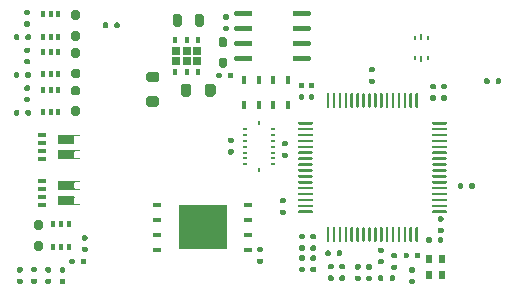
<source format=gbp>
G04 #@! TF.GenerationSoftware,KiCad,Pcbnew,5.1.6*
G04 #@! TF.CreationDate,2020-06-25T22:37:20+02:00*
G04 #@! TF.ProjectId,altimeter,616c7469-6d65-4746-9572-2e6b69636164,V 1.2 Rev. A*
G04 #@! TF.SameCoordinates,Original*
G04 #@! TF.FileFunction,Paste,Bot*
G04 #@! TF.FilePolarity,Positive*
%FSLAX46Y46*%
G04 Gerber Fmt 4.6, Leading zero omitted, Abs format (unit mm)*
G04 Created by KiCad (PCBNEW 5.1.6) date 2020-06-25 22:37:20*
%MOMM*%
%LPD*%
G01*
G04 APERTURE LIST*
%ADD10R,0.620000X0.700000*%
%ADD11R,0.340000X0.484000*%
%ADD12R,0.730000X0.660000*%
%ADD13R,0.700000X0.340000*%
%ADD14R,4.100000X3.820000*%
%ADD15R,0.280000X0.380000*%
%ADD16R,0.220000X0.500000*%
%ADD17R,0.180000X0.440000*%
%ADD18R,0.440000X0.180000*%
%ADD19R,0.300000X0.500000*%
%ADD20C,0.100000*%
%ADD21R,0.772000X0.304000*%
%ADD22R,0.420000X0.740000*%
G04 APERTURE END LIST*
G36*
G01*
X170633000Y-118441000D02*
X170367000Y-118441000D01*
G75*
G02*
X170254000Y-118328000I0J113000D01*
G01*
X170254000Y-118102000D01*
G75*
G02*
X170367000Y-117989000I113000J0D01*
G01*
X170633000Y-117989000D01*
G75*
G02*
X170746000Y-118102000I0J-113000D01*
G01*
X170746000Y-118328000D01*
G75*
G02*
X170633000Y-118441000I-113000J0D01*
G01*
G37*
G36*
G01*
X170633000Y-119411000D02*
X170367000Y-119411000D01*
G75*
G02*
X170254000Y-119298000I0J113000D01*
G01*
X170254000Y-119072000D01*
G75*
G02*
X170367000Y-118959000I113000J0D01*
G01*
X170633000Y-118959000D01*
G75*
G02*
X170746000Y-119072000I0J-113000D01*
G01*
X170746000Y-119298000D01*
G75*
G02*
X170633000Y-119411000I-113000J0D01*
G01*
G37*
G36*
G01*
X149695651Y-104685000D02*
X150404349Y-104685000D01*
G75*
G02*
X150600000Y-104880651I0J-195651D01*
G01*
X150600000Y-105389349D01*
G75*
G02*
X150404349Y-105585000I-195651J0D01*
G01*
X149695651Y-105585000D01*
G75*
G02*
X149500000Y-105389349I0J195651D01*
G01*
X149500000Y-104880651D01*
G75*
G02*
X149695651Y-104685000I195651J0D01*
G01*
G37*
G36*
G01*
X149695651Y-102635000D02*
X150404349Y-102635000D01*
G75*
G02*
X150600000Y-102830651I0J-195651D01*
G01*
X150600000Y-103339349D01*
G75*
G02*
X150404349Y-103535000I-195651J0D01*
G01*
X149695651Y-103535000D01*
G75*
G02*
X149500000Y-103339349I0J195651D01*
G01*
X149500000Y-102830651D01*
G75*
G02*
X149695651Y-102635000I195651J0D01*
G01*
G37*
G36*
G01*
X168467000Y-103209000D02*
X168733000Y-103209000D01*
G75*
G02*
X168846000Y-103322000I0J-113000D01*
G01*
X168846000Y-103548000D01*
G75*
G02*
X168733000Y-103661000I-113000J0D01*
G01*
X168467000Y-103661000D01*
G75*
G02*
X168354000Y-103548000I0J113000D01*
G01*
X168354000Y-103322000D01*
G75*
G02*
X168467000Y-103209000I113000J0D01*
G01*
G37*
G36*
G01*
X168467000Y-102239000D02*
X168733000Y-102239000D01*
G75*
G02*
X168846000Y-102352000I0J-113000D01*
G01*
X168846000Y-102578000D01*
G75*
G02*
X168733000Y-102691000I-113000J0D01*
G01*
X168467000Y-102691000D01*
G75*
G02*
X168354000Y-102578000I0J113000D01*
G01*
X168354000Y-102352000D01*
G75*
G02*
X168467000Y-102239000I113000J0D01*
G01*
G37*
G36*
G01*
X163367000Y-104539000D02*
X163633000Y-104539000D01*
G75*
G02*
X163746000Y-104652000I0J-113000D01*
G01*
X163746000Y-104878000D01*
G75*
G02*
X163633000Y-104991000I-113000J0D01*
G01*
X163367000Y-104991000D01*
G75*
G02*
X163254000Y-104878000I0J113000D01*
G01*
X163254000Y-104652000D01*
G75*
G02*
X163367000Y-104539000I113000J0D01*
G01*
G37*
G36*
G01*
X163367000Y-103569000D02*
X163633000Y-103569000D01*
G75*
G02*
X163746000Y-103682000I0J-113000D01*
G01*
X163746000Y-103908000D01*
G75*
G02*
X163633000Y-104021000I-113000J0D01*
G01*
X163367000Y-104021000D01*
G75*
G02*
X163254000Y-103908000I0J113000D01*
G01*
X163254000Y-103682000D01*
G75*
G02*
X163367000Y-103569000I113000J0D01*
G01*
G37*
G36*
G01*
X176869000Y-112433000D02*
X176869000Y-112167000D01*
G75*
G02*
X176982000Y-112054000I113000J0D01*
G01*
X177208000Y-112054000D01*
G75*
G02*
X177321000Y-112167000I0J-113000D01*
G01*
X177321000Y-112433000D01*
G75*
G02*
X177208000Y-112546000I-113000J0D01*
G01*
X176982000Y-112546000D01*
G75*
G02*
X176869000Y-112433000I0J113000D01*
G01*
G37*
G36*
G01*
X175899000Y-112433000D02*
X175899000Y-112167000D01*
G75*
G02*
X176012000Y-112054000I113000J0D01*
G01*
X176238000Y-112054000D01*
G75*
G02*
X176351000Y-112167000I0J-113000D01*
G01*
X176351000Y-112433000D01*
G75*
G02*
X176238000Y-112546000I-113000J0D01*
G01*
X176012000Y-112546000D01*
G75*
G02*
X175899000Y-112433000I0J113000D01*
G01*
G37*
D10*
X173420000Y-118460000D03*
X173420000Y-119860000D03*
X174520000Y-119860000D03*
X174520000Y-118460000D03*
G36*
G01*
X174577000Y-104629000D02*
X174843000Y-104629000D01*
G75*
G02*
X174956000Y-104742000I0J-113000D01*
G01*
X174956000Y-104968000D01*
G75*
G02*
X174843000Y-105081000I-113000J0D01*
G01*
X174577000Y-105081000D01*
G75*
G02*
X174464000Y-104968000I0J113000D01*
G01*
X174464000Y-104742000D01*
G75*
G02*
X174577000Y-104629000I113000J0D01*
G01*
G37*
G36*
G01*
X174577000Y-103659000D02*
X174843000Y-103659000D01*
G75*
G02*
X174956000Y-103772000I0J-113000D01*
G01*
X174956000Y-103998000D01*
G75*
G02*
X174843000Y-104111000I-113000J0D01*
G01*
X174577000Y-104111000D01*
G75*
G02*
X174464000Y-103998000I0J113000D01*
G01*
X174464000Y-103772000D01*
G75*
G02*
X174577000Y-103659000I113000J0D01*
G01*
G37*
G36*
G01*
X154475000Y-104554349D02*
X154475000Y-103845651D01*
G75*
G02*
X154670651Y-103650000I195651J0D01*
G01*
X155179349Y-103650000D01*
G75*
G02*
X155375000Y-103845651I0J-195651D01*
G01*
X155375000Y-104554349D01*
G75*
G02*
X155179349Y-104750000I-195651J0D01*
G01*
X154670651Y-104750000D01*
G75*
G02*
X154475000Y-104554349I0J195651D01*
G01*
G37*
G36*
G01*
X152425000Y-104554349D02*
X152425000Y-103845651D01*
G75*
G02*
X152620651Y-103650000I195651J0D01*
G01*
X153129349Y-103650000D01*
G75*
G02*
X153325000Y-103845651I0J-195651D01*
G01*
X153325000Y-104554349D01*
G75*
G02*
X153129349Y-104750000I-195651J0D01*
G01*
X152620651Y-104750000D01*
G75*
G02*
X152425000Y-104554349I0J195651D01*
G01*
G37*
G36*
G01*
X156127000Y-98759000D02*
X156393000Y-98759000D01*
G75*
G02*
X156506000Y-98872000I0J-113000D01*
G01*
X156506000Y-99098000D01*
G75*
G02*
X156393000Y-99211000I-113000J0D01*
G01*
X156127000Y-99211000D01*
G75*
G02*
X156014000Y-99098000I0J113000D01*
G01*
X156014000Y-98872000D01*
G75*
G02*
X156127000Y-98759000I113000J0D01*
G01*
G37*
G36*
G01*
X156127000Y-97789000D02*
X156393000Y-97789000D01*
G75*
G02*
X156506000Y-97902000I0J-113000D01*
G01*
X156506000Y-98128000D01*
G75*
G02*
X156393000Y-98241000I-113000J0D01*
G01*
X156127000Y-98241000D01*
G75*
G02*
X156014000Y-98128000I0J113000D01*
G01*
X156014000Y-97902000D01*
G75*
G02*
X156127000Y-97789000I113000J0D01*
G01*
G37*
G36*
G01*
X162793000Y-104031000D02*
X162527000Y-104031000D01*
G75*
G02*
X162414000Y-103918000I0J113000D01*
G01*
X162414000Y-103692000D01*
G75*
G02*
X162527000Y-103579000I113000J0D01*
G01*
X162793000Y-103579000D01*
G75*
G02*
X162906000Y-103692000I0J-113000D01*
G01*
X162906000Y-103918000D01*
G75*
G02*
X162793000Y-104031000I-113000J0D01*
G01*
G37*
G36*
G01*
X162793000Y-105001000D02*
X162527000Y-105001000D01*
G75*
G02*
X162414000Y-104888000I0J113000D01*
G01*
X162414000Y-104662000D01*
G75*
G02*
X162527000Y-104549000I113000J0D01*
G01*
X162793000Y-104549000D01*
G75*
G02*
X162906000Y-104662000I0J-113000D01*
G01*
X162906000Y-104888000D01*
G75*
G02*
X162793000Y-105001000I-113000J0D01*
G01*
G37*
G36*
G01*
X174886000Y-114604000D02*
X173776000Y-114604000D01*
G75*
G02*
X173721000Y-114549000I0J55000D01*
G01*
X173721000Y-114439000D01*
G75*
G02*
X173776000Y-114384000I55000J0D01*
G01*
X174886000Y-114384000D01*
G75*
G02*
X174941000Y-114439000I0J-55000D01*
G01*
X174941000Y-114549000D01*
G75*
G02*
X174886000Y-114604000I-55000J0D01*
G01*
G37*
G36*
G01*
X174886000Y-114104000D02*
X173776000Y-114104000D01*
G75*
G02*
X173721000Y-114049000I0J55000D01*
G01*
X173721000Y-113939000D01*
G75*
G02*
X173776000Y-113884000I55000J0D01*
G01*
X174886000Y-113884000D01*
G75*
G02*
X174941000Y-113939000I0J-55000D01*
G01*
X174941000Y-114049000D01*
G75*
G02*
X174886000Y-114104000I-55000J0D01*
G01*
G37*
G36*
G01*
X174886000Y-113604000D02*
X173776000Y-113604000D01*
G75*
G02*
X173721000Y-113549000I0J55000D01*
G01*
X173721000Y-113439000D01*
G75*
G02*
X173776000Y-113384000I55000J0D01*
G01*
X174886000Y-113384000D01*
G75*
G02*
X174941000Y-113439000I0J-55000D01*
G01*
X174941000Y-113549000D01*
G75*
G02*
X174886000Y-113604000I-55000J0D01*
G01*
G37*
G36*
G01*
X174886000Y-113104000D02*
X173776000Y-113104000D01*
G75*
G02*
X173721000Y-113049000I0J55000D01*
G01*
X173721000Y-112939000D01*
G75*
G02*
X173776000Y-112884000I55000J0D01*
G01*
X174886000Y-112884000D01*
G75*
G02*
X174941000Y-112939000I0J-55000D01*
G01*
X174941000Y-113049000D01*
G75*
G02*
X174886000Y-113104000I-55000J0D01*
G01*
G37*
G36*
G01*
X174886000Y-112604000D02*
X173776000Y-112604000D01*
G75*
G02*
X173721000Y-112549000I0J55000D01*
G01*
X173721000Y-112439000D01*
G75*
G02*
X173776000Y-112384000I55000J0D01*
G01*
X174886000Y-112384000D01*
G75*
G02*
X174941000Y-112439000I0J-55000D01*
G01*
X174941000Y-112549000D01*
G75*
G02*
X174886000Y-112604000I-55000J0D01*
G01*
G37*
G36*
G01*
X174886000Y-112104000D02*
X173776000Y-112104000D01*
G75*
G02*
X173721000Y-112049000I0J55000D01*
G01*
X173721000Y-111939000D01*
G75*
G02*
X173776000Y-111884000I55000J0D01*
G01*
X174886000Y-111884000D01*
G75*
G02*
X174941000Y-111939000I0J-55000D01*
G01*
X174941000Y-112049000D01*
G75*
G02*
X174886000Y-112104000I-55000J0D01*
G01*
G37*
G36*
G01*
X174886000Y-111604000D02*
X173776000Y-111604000D01*
G75*
G02*
X173721000Y-111549000I0J55000D01*
G01*
X173721000Y-111439000D01*
G75*
G02*
X173776000Y-111384000I55000J0D01*
G01*
X174886000Y-111384000D01*
G75*
G02*
X174941000Y-111439000I0J-55000D01*
G01*
X174941000Y-111549000D01*
G75*
G02*
X174886000Y-111604000I-55000J0D01*
G01*
G37*
G36*
G01*
X174886000Y-111104000D02*
X173776000Y-111104000D01*
G75*
G02*
X173721000Y-111049000I0J55000D01*
G01*
X173721000Y-110939000D01*
G75*
G02*
X173776000Y-110884000I55000J0D01*
G01*
X174886000Y-110884000D01*
G75*
G02*
X174941000Y-110939000I0J-55000D01*
G01*
X174941000Y-111049000D01*
G75*
G02*
X174886000Y-111104000I-55000J0D01*
G01*
G37*
G36*
G01*
X174886000Y-110604000D02*
X173776000Y-110604000D01*
G75*
G02*
X173721000Y-110549000I0J55000D01*
G01*
X173721000Y-110439000D01*
G75*
G02*
X173776000Y-110384000I55000J0D01*
G01*
X174886000Y-110384000D01*
G75*
G02*
X174941000Y-110439000I0J-55000D01*
G01*
X174941000Y-110549000D01*
G75*
G02*
X174886000Y-110604000I-55000J0D01*
G01*
G37*
G36*
G01*
X174886000Y-110104000D02*
X173776000Y-110104000D01*
G75*
G02*
X173721000Y-110049000I0J55000D01*
G01*
X173721000Y-109939000D01*
G75*
G02*
X173776000Y-109884000I55000J0D01*
G01*
X174886000Y-109884000D01*
G75*
G02*
X174941000Y-109939000I0J-55000D01*
G01*
X174941000Y-110049000D01*
G75*
G02*
X174886000Y-110104000I-55000J0D01*
G01*
G37*
G36*
G01*
X174886000Y-109604000D02*
X173776000Y-109604000D01*
G75*
G02*
X173721000Y-109549000I0J55000D01*
G01*
X173721000Y-109439000D01*
G75*
G02*
X173776000Y-109384000I55000J0D01*
G01*
X174886000Y-109384000D01*
G75*
G02*
X174941000Y-109439000I0J-55000D01*
G01*
X174941000Y-109549000D01*
G75*
G02*
X174886000Y-109604000I-55000J0D01*
G01*
G37*
G36*
G01*
X174886000Y-109104000D02*
X173776000Y-109104000D01*
G75*
G02*
X173721000Y-109049000I0J55000D01*
G01*
X173721000Y-108939000D01*
G75*
G02*
X173776000Y-108884000I55000J0D01*
G01*
X174886000Y-108884000D01*
G75*
G02*
X174941000Y-108939000I0J-55000D01*
G01*
X174941000Y-109049000D01*
G75*
G02*
X174886000Y-109104000I-55000J0D01*
G01*
G37*
G36*
G01*
X174886000Y-108604000D02*
X173776000Y-108604000D01*
G75*
G02*
X173721000Y-108549000I0J55000D01*
G01*
X173721000Y-108439000D01*
G75*
G02*
X173776000Y-108384000I55000J0D01*
G01*
X174886000Y-108384000D01*
G75*
G02*
X174941000Y-108439000I0J-55000D01*
G01*
X174941000Y-108549000D01*
G75*
G02*
X174886000Y-108604000I-55000J0D01*
G01*
G37*
G36*
G01*
X174886000Y-108104000D02*
X173776000Y-108104000D01*
G75*
G02*
X173721000Y-108049000I0J55000D01*
G01*
X173721000Y-107939000D01*
G75*
G02*
X173776000Y-107884000I55000J0D01*
G01*
X174886000Y-107884000D01*
G75*
G02*
X174941000Y-107939000I0J-55000D01*
G01*
X174941000Y-108049000D01*
G75*
G02*
X174886000Y-108104000I-55000J0D01*
G01*
G37*
G36*
G01*
X174886000Y-107604000D02*
X173776000Y-107604000D01*
G75*
G02*
X173721000Y-107549000I0J55000D01*
G01*
X173721000Y-107439000D01*
G75*
G02*
X173776000Y-107384000I55000J0D01*
G01*
X174886000Y-107384000D01*
G75*
G02*
X174941000Y-107439000I0J-55000D01*
G01*
X174941000Y-107549000D01*
G75*
G02*
X174886000Y-107604000I-55000J0D01*
G01*
G37*
G36*
G01*
X174886000Y-107104000D02*
X173776000Y-107104000D01*
G75*
G02*
X173721000Y-107049000I0J55000D01*
G01*
X173721000Y-106939000D01*
G75*
G02*
X173776000Y-106884000I55000J0D01*
G01*
X174886000Y-106884000D01*
G75*
G02*
X174941000Y-106939000I0J-55000D01*
G01*
X174941000Y-107049000D01*
G75*
G02*
X174886000Y-107104000I-55000J0D01*
G01*
G37*
G36*
G01*
X172461000Y-105679000D02*
X172351000Y-105679000D01*
G75*
G02*
X172296000Y-105624000I0J55000D01*
G01*
X172296000Y-104514000D01*
G75*
G02*
X172351000Y-104459000I55000J0D01*
G01*
X172461000Y-104459000D01*
G75*
G02*
X172516000Y-104514000I0J-55000D01*
G01*
X172516000Y-105624000D01*
G75*
G02*
X172461000Y-105679000I-55000J0D01*
G01*
G37*
G36*
G01*
X171961000Y-105679000D02*
X171851000Y-105679000D01*
G75*
G02*
X171796000Y-105624000I0J55000D01*
G01*
X171796000Y-104514000D01*
G75*
G02*
X171851000Y-104459000I55000J0D01*
G01*
X171961000Y-104459000D01*
G75*
G02*
X172016000Y-104514000I0J-55000D01*
G01*
X172016000Y-105624000D01*
G75*
G02*
X171961000Y-105679000I-55000J0D01*
G01*
G37*
G36*
G01*
X171461000Y-105679000D02*
X171351000Y-105679000D01*
G75*
G02*
X171296000Y-105624000I0J55000D01*
G01*
X171296000Y-104514000D01*
G75*
G02*
X171351000Y-104459000I55000J0D01*
G01*
X171461000Y-104459000D01*
G75*
G02*
X171516000Y-104514000I0J-55000D01*
G01*
X171516000Y-105624000D01*
G75*
G02*
X171461000Y-105679000I-55000J0D01*
G01*
G37*
G36*
G01*
X170961000Y-105679000D02*
X170851000Y-105679000D01*
G75*
G02*
X170796000Y-105624000I0J55000D01*
G01*
X170796000Y-104514000D01*
G75*
G02*
X170851000Y-104459000I55000J0D01*
G01*
X170961000Y-104459000D01*
G75*
G02*
X171016000Y-104514000I0J-55000D01*
G01*
X171016000Y-105624000D01*
G75*
G02*
X170961000Y-105679000I-55000J0D01*
G01*
G37*
G36*
G01*
X170461000Y-105679000D02*
X170351000Y-105679000D01*
G75*
G02*
X170296000Y-105624000I0J55000D01*
G01*
X170296000Y-104514000D01*
G75*
G02*
X170351000Y-104459000I55000J0D01*
G01*
X170461000Y-104459000D01*
G75*
G02*
X170516000Y-104514000I0J-55000D01*
G01*
X170516000Y-105624000D01*
G75*
G02*
X170461000Y-105679000I-55000J0D01*
G01*
G37*
G36*
G01*
X169961000Y-105679000D02*
X169851000Y-105679000D01*
G75*
G02*
X169796000Y-105624000I0J55000D01*
G01*
X169796000Y-104514000D01*
G75*
G02*
X169851000Y-104459000I55000J0D01*
G01*
X169961000Y-104459000D01*
G75*
G02*
X170016000Y-104514000I0J-55000D01*
G01*
X170016000Y-105624000D01*
G75*
G02*
X169961000Y-105679000I-55000J0D01*
G01*
G37*
G36*
G01*
X169461000Y-105679000D02*
X169351000Y-105679000D01*
G75*
G02*
X169296000Y-105624000I0J55000D01*
G01*
X169296000Y-104514000D01*
G75*
G02*
X169351000Y-104459000I55000J0D01*
G01*
X169461000Y-104459000D01*
G75*
G02*
X169516000Y-104514000I0J-55000D01*
G01*
X169516000Y-105624000D01*
G75*
G02*
X169461000Y-105679000I-55000J0D01*
G01*
G37*
G36*
G01*
X168961000Y-105679000D02*
X168851000Y-105679000D01*
G75*
G02*
X168796000Y-105624000I0J55000D01*
G01*
X168796000Y-104514000D01*
G75*
G02*
X168851000Y-104459000I55000J0D01*
G01*
X168961000Y-104459000D01*
G75*
G02*
X169016000Y-104514000I0J-55000D01*
G01*
X169016000Y-105624000D01*
G75*
G02*
X168961000Y-105679000I-55000J0D01*
G01*
G37*
G36*
G01*
X168461000Y-105679000D02*
X168351000Y-105679000D01*
G75*
G02*
X168296000Y-105624000I0J55000D01*
G01*
X168296000Y-104514000D01*
G75*
G02*
X168351000Y-104459000I55000J0D01*
G01*
X168461000Y-104459000D01*
G75*
G02*
X168516000Y-104514000I0J-55000D01*
G01*
X168516000Y-105624000D01*
G75*
G02*
X168461000Y-105679000I-55000J0D01*
G01*
G37*
G36*
G01*
X167961000Y-105679000D02*
X167851000Y-105679000D01*
G75*
G02*
X167796000Y-105624000I0J55000D01*
G01*
X167796000Y-104514000D01*
G75*
G02*
X167851000Y-104459000I55000J0D01*
G01*
X167961000Y-104459000D01*
G75*
G02*
X168016000Y-104514000I0J-55000D01*
G01*
X168016000Y-105624000D01*
G75*
G02*
X167961000Y-105679000I-55000J0D01*
G01*
G37*
G36*
G01*
X167461000Y-105679000D02*
X167351000Y-105679000D01*
G75*
G02*
X167296000Y-105624000I0J55000D01*
G01*
X167296000Y-104514000D01*
G75*
G02*
X167351000Y-104459000I55000J0D01*
G01*
X167461000Y-104459000D01*
G75*
G02*
X167516000Y-104514000I0J-55000D01*
G01*
X167516000Y-105624000D01*
G75*
G02*
X167461000Y-105679000I-55000J0D01*
G01*
G37*
G36*
G01*
X166961000Y-105679000D02*
X166851000Y-105679000D01*
G75*
G02*
X166796000Y-105624000I0J55000D01*
G01*
X166796000Y-104514000D01*
G75*
G02*
X166851000Y-104459000I55000J0D01*
G01*
X166961000Y-104459000D01*
G75*
G02*
X167016000Y-104514000I0J-55000D01*
G01*
X167016000Y-105624000D01*
G75*
G02*
X166961000Y-105679000I-55000J0D01*
G01*
G37*
G36*
G01*
X166461000Y-105679000D02*
X166351000Y-105679000D01*
G75*
G02*
X166296000Y-105624000I0J55000D01*
G01*
X166296000Y-104514000D01*
G75*
G02*
X166351000Y-104459000I55000J0D01*
G01*
X166461000Y-104459000D01*
G75*
G02*
X166516000Y-104514000I0J-55000D01*
G01*
X166516000Y-105624000D01*
G75*
G02*
X166461000Y-105679000I-55000J0D01*
G01*
G37*
G36*
G01*
X165961000Y-105679000D02*
X165851000Y-105679000D01*
G75*
G02*
X165796000Y-105624000I0J55000D01*
G01*
X165796000Y-104514000D01*
G75*
G02*
X165851000Y-104459000I55000J0D01*
G01*
X165961000Y-104459000D01*
G75*
G02*
X166016000Y-104514000I0J-55000D01*
G01*
X166016000Y-105624000D01*
G75*
G02*
X165961000Y-105679000I-55000J0D01*
G01*
G37*
G36*
G01*
X165461000Y-105679000D02*
X165351000Y-105679000D01*
G75*
G02*
X165296000Y-105624000I0J55000D01*
G01*
X165296000Y-104514000D01*
G75*
G02*
X165351000Y-104459000I55000J0D01*
G01*
X165461000Y-104459000D01*
G75*
G02*
X165516000Y-104514000I0J-55000D01*
G01*
X165516000Y-105624000D01*
G75*
G02*
X165461000Y-105679000I-55000J0D01*
G01*
G37*
G36*
G01*
X164961000Y-105679000D02*
X164851000Y-105679000D01*
G75*
G02*
X164796000Y-105624000I0J55000D01*
G01*
X164796000Y-104514000D01*
G75*
G02*
X164851000Y-104459000I55000J0D01*
G01*
X164961000Y-104459000D01*
G75*
G02*
X165016000Y-104514000I0J-55000D01*
G01*
X165016000Y-105624000D01*
G75*
G02*
X164961000Y-105679000I-55000J0D01*
G01*
G37*
G36*
G01*
X163536000Y-107104000D02*
X162426000Y-107104000D01*
G75*
G02*
X162371000Y-107049000I0J55000D01*
G01*
X162371000Y-106939000D01*
G75*
G02*
X162426000Y-106884000I55000J0D01*
G01*
X163536000Y-106884000D01*
G75*
G02*
X163591000Y-106939000I0J-55000D01*
G01*
X163591000Y-107049000D01*
G75*
G02*
X163536000Y-107104000I-55000J0D01*
G01*
G37*
G36*
G01*
X163536000Y-107604000D02*
X162426000Y-107604000D01*
G75*
G02*
X162371000Y-107549000I0J55000D01*
G01*
X162371000Y-107439000D01*
G75*
G02*
X162426000Y-107384000I55000J0D01*
G01*
X163536000Y-107384000D01*
G75*
G02*
X163591000Y-107439000I0J-55000D01*
G01*
X163591000Y-107549000D01*
G75*
G02*
X163536000Y-107604000I-55000J0D01*
G01*
G37*
G36*
G01*
X163536000Y-108104000D02*
X162426000Y-108104000D01*
G75*
G02*
X162371000Y-108049000I0J55000D01*
G01*
X162371000Y-107939000D01*
G75*
G02*
X162426000Y-107884000I55000J0D01*
G01*
X163536000Y-107884000D01*
G75*
G02*
X163591000Y-107939000I0J-55000D01*
G01*
X163591000Y-108049000D01*
G75*
G02*
X163536000Y-108104000I-55000J0D01*
G01*
G37*
G36*
G01*
X163536000Y-108604000D02*
X162426000Y-108604000D01*
G75*
G02*
X162371000Y-108549000I0J55000D01*
G01*
X162371000Y-108439000D01*
G75*
G02*
X162426000Y-108384000I55000J0D01*
G01*
X163536000Y-108384000D01*
G75*
G02*
X163591000Y-108439000I0J-55000D01*
G01*
X163591000Y-108549000D01*
G75*
G02*
X163536000Y-108604000I-55000J0D01*
G01*
G37*
G36*
G01*
X163536000Y-109104000D02*
X162426000Y-109104000D01*
G75*
G02*
X162371000Y-109049000I0J55000D01*
G01*
X162371000Y-108939000D01*
G75*
G02*
X162426000Y-108884000I55000J0D01*
G01*
X163536000Y-108884000D01*
G75*
G02*
X163591000Y-108939000I0J-55000D01*
G01*
X163591000Y-109049000D01*
G75*
G02*
X163536000Y-109104000I-55000J0D01*
G01*
G37*
G36*
G01*
X163536000Y-109604000D02*
X162426000Y-109604000D01*
G75*
G02*
X162371000Y-109549000I0J55000D01*
G01*
X162371000Y-109439000D01*
G75*
G02*
X162426000Y-109384000I55000J0D01*
G01*
X163536000Y-109384000D01*
G75*
G02*
X163591000Y-109439000I0J-55000D01*
G01*
X163591000Y-109549000D01*
G75*
G02*
X163536000Y-109604000I-55000J0D01*
G01*
G37*
G36*
G01*
X163536000Y-110104000D02*
X162426000Y-110104000D01*
G75*
G02*
X162371000Y-110049000I0J55000D01*
G01*
X162371000Y-109939000D01*
G75*
G02*
X162426000Y-109884000I55000J0D01*
G01*
X163536000Y-109884000D01*
G75*
G02*
X163591000Y-109939000I0J-55000D01*
G01*
X163591000Y-110049000D01*
G75*
G02*
X163536000Y-110104000I-55000J0D01*
G01*
G37*
G36*
G01*
X163536000Y-110604000D02*
X162426000Y-110604000D01*
G75*
G02*
X162371000Y-110549000I0J55000D01*
G01*
X162371000Y-110439000D01*
G75*
G02*
X162426000Y-110384000I55000J0D01*
G01*
X163536000Y-110384000D01*
G75*
G02*
X163591000Y-110439000I0J-55000D01*
G01*
X163591000Y-110549000D01*
G75*
G02*
X163536000Y-110604000I-55000J0D01*
G01*
G37*
G36*
G01*
X163536000Y-111104000D02*
X162426000Y-111104000D01*
G75*
G02*
X162371000Y-111049000I0J55000D01*
G01*
X162371000Y-110939000D01*
G75*
G02*
X162426000Y-110884000I55000J0D01*
G01*
X163536000Y-110884000D01*
G75*
G02*
X163591000Y-110939000I0J-55000D01*
G01*
X163591000Y-111049000D01*
G75*
G02*
X163536000Y-111104000I-55000J0D01*
G01*
G37*
G36*
G01*
X163536000Y-111604000D02*
X162426000Y-111604000D01*
G75*
G02*
X162371000Y-111549000I0J55000D01*
G01*
X162371000Y-111439000D01*
G75*
G02*
X162426000Y-111384000I55000J0D01*
G01*
X163536000Y-111384000D01*
G75*
G02*
X163591000Y-111439000I0J-55000D01*
G01*
X163591000Y-111549000D01*
G75*
G02*
X163536000Y-111604000I-55000J0D01*
G01*
G37*
G36*
G01*
X163536000Y-112104000D02*
X162426000Y-112104000D01*
G75*
G02*
X162371000Y-112049000I0J55000D01*
G01*
X162371000Y-111939000D01*
G75*
G02*
X162426000Y-111884000I55000J0D01*
G01*
X163536000Y-111884000D01*
G75*
G02*
X163591000Y-111939000I0J-55000D01*
G01*
X163591000Y-112049000D01*
G75*
G02*
X163536000Y-112104000I-55000J0D01*
G01*
G37*
G36*
G01*
X163536000Y-112604000D02*
X162426000Y-112604000D01*
G75*
G02*
X162371000Y-112549000I0J55000D01*
G01*
X162371000Y-112439000D01*
G75*
G02*
X162426000Y-112384000I55000J0D01*
G01*
X163536000Y-112384000D01*
G75*
G02*
X163591000Y-112439000I0J-55000D01*
G01*
X163591000Y-112549000D01*
G75*
G02*
X163536000Y-112604000I-55000J0D01*
G01*
G37*
G36*
G01*
X163536000Y-113104000D02*
X162426000Y-113104000D01*
G75*
G02*
X162371000Y-113049000I0J55000D01*
G01*
X162371000Y-112939000D01*
G75*
G02*
X162426000Y-112884000I55000J0D01*
G01*
X163536000Y-112884000D01*
G75*
G02*
X163591000Y-112939000I0J-55000D01*
G01*
X163591000Y-113049000D01*
G75*
G02*
X163536000Y-113104000I-55000J0D01*
G01*
G37*
G36*
G01*
X163536000Y-113604000D02*
X162426000Y-113604000D01*
G75*
G02*
X162371000Y-113549000I0J55000D01*
G01*
X162371000Y-113439000D01*
G75*
G02*
X162426000Y-113384000I55000J0D01*
G01*
X163536000Y-113384000D01*
G75*
G02*
X163591000Y-113439000I0J-55000D01*
G01*
X163591000Y-113549000D01*
G75*
G02*
X163536000Y-113604000I-55000J0D01*
G01*
G37*
G36*
G01*
X163536000Y-114104000D02*
X162426000Y-114104000D01*
G75*
G02*
X162371000Y-114049000I0J55000D01*
G01*
X162371000Y-113939000D01*
G75*
G02*
X162426000Y-113884000I55000J0D01*
G01*
X163536000Y-113884000D01*
G75*
G02*
X163591000Y-113939000I0J-55000D01*
G01*
X163591000Y-114049000D01*
G75*
G02*
X163536000Y-114104000I-55000J0D01*
G01*
G37*
G36*
G01*
X163536000Y-114604000D02*
X162426000Y-114604000D01*
G75*
G02*
X162371000Y-114549000I0J55000D01*
G01*
X162371000Y-114439000D01*
G75*
G02*
X162426000Y-114384000I55000J0D01*
G01*
X163536000Y-114384000D01*
G75*
G02*
X163591000Y-114439000I0J-55000D01*
G01*
X163591000Y-114549000D01*
G75*
G02*
X163536000Y-114604000I-55000J0D01*
G01*
G37*
G36*
G01*
X164961000Y-117029000D02*
X164851000Y-117029000D01*
G75*
G02*
X164796000Y-116974000I0J55000D01*
G01*
X164796000Y-115864000D01*
G75*
G02*
X164851000Y-115809000I55000J0D01*
G01*
X164961000Y-115809000D01*
G75*
G02*
X165016000Y-115864000I0J-55000D01*
G01*
X165016000Y-116974000D01*
G75*
G02*
X164961000Y-117029000I-55000J0D01*
G01*
G37*
G36*
G01*
X165461000Y-117029000D02*
X165351000Y-117029000D01*
G75*
G02*
X165296000Y-116974000I0J55000D01*
G01*
X165296000Y-115864000D01*
G75*
G02*
X165351000Y-115809000I55000J0D01*
G01*
X165461000Y-115809000D01*
G75*
G02*
X165516000Y-115864000I0J-55000D01*
G01*
X165516000Y-116974000D01*
G75*
G02*
X165461000Y-117029000I-55000J0D01*
G01*
G37*
G36*
G01*
X165961000Y-117029000D02*
X165851000Y-117029000D01*
G75*
G02*
X165796000Y-116974000I0J55000D01*
G01*
X165796000Y-115864000D01*
G75*
G02*
X165851000Y-115809000I55000J0D01*
G01*
X165961000Y-115809000D01*
G75*
G02*
X166016000Y-115864000I0J-55000D01*
G01*
X166016000Y-116974000D01*
G75*
G02*
X165961000Y-117029000I-55000J0D01*
G01*
G37*
G36*
G01*
X166461000Y-117029000D02*
X166351000Y-117029000D01*
G75*
G02*
X166296000Y-116974000I0J55000D01*
G01*
X166296000Y-115864000D01*
G75*
G02*
X166351000Y-115809000I55000J0D01*
G01*
X166461000Y-115809000D01*
G75*
G02*
X166516000Y-115864000I0J-55000D01*
G01*
X166516000Y-116974000D01*
G75*
G02*
X166461000Y-117029000I-55000J0D01*
G01*
G37*
G36*
G01*
X166961000Y-117029000D02*
X166851000Y-117029000D01*
G75*
G02*
X166796000Y-116974000I0J55000D01*
G01*
X166796000Y-115864000D01*
G75*
G02*
X166851000Y-115809000I55000J0D01*
G01*
X166961000Y-115809000D01*
G75*
G02*
X167016000Y-115864000I0J-55000D01*
G01*
X167016000Y-116974000D01*
G75*
G02*
X166961000Y-117029000I-55000J0D01*
G01*
G37*
G36*
G01*
X167461000Y-117029000D02*
X167351000Y-117029000D01*
G75*
G02*
X167296000Y-116974000I0J55000D01*
G01*
X167296000Y-115864000D01*
G75*
G02*
X167351000Y-115809000I55000J0D01*
G01*
X167461000Y-115809000D01*
G75*
G02*
X167516000Y-115864000I0J-55000D01*
G01*
X167516000Y-116974000D01*
G75*
G02*
X167461000Y-117029000I-55000J0D01*
G01*
G37*
G36*
G01*
X167961000Y-117029000D02*
X167851000Y-117029000D01*
G75*
G02*
X167796000Y-116974000I0J55000D01*
G01*
X167796000Y-115864000D01*
G75*
G02*
X167851000Y-115809000I55000J0D01*
G01*
X167961000Y-115809000D01*
G75*
G02*
X168016000Y-115864000I0J-55000D01*
G01*
X168016000Y-116974000D01*
G75*
G02*
X167961000Y-117029000I-55000J0D01*
G01*
G37*
G36*
G01*
X168461000Y-117029000D02*
X168351000Y-117029000D01*
G75*
G02*
X168296000Y-116974000I0J55000D01*
G01*
X168296000Y-115864000D01*
G75*
G02*
X168351000Y-115809000I55000J0D01*
G01*
X168461000Y-115809000D01*
G75*
G02*
X168516000Y-115864000I0J-55000D01*
G01*
X168516000Y-116974000D01*
G75*
G02*
X168461000Y-117029000I-55000J0D01*
G01*
G37*
G36*
G01*
X168961000Y-117029000D02*
X168851000Y-117029000D01*
G75*
G02*
X168796000Y-116974000I0J55000D01*
G01*
X168796000Y-115864000D01*
G75*
G02*
X168851000Y-115809000I55000J0D01*
G01*
X168961000Y-115809000D01*
G75*
G02*
X169016000Y-115864000I0J-55000D01*
G01*
X169016000Y-116974000D01*
G75*
G02*
X168961000Y-117029000I-55000J0D01*
G01*
G37*
G36*
G01*
X169461000Y-117029000D02*
X169351000Y-117029000D01*
G75*
G02*
X169296000Y-116974000I0J55000D01*
G01*
X169296000Y-115864000D01*
G75*
G02*
X169351000Y-115809000I55000J0D01*
G01*
X169461000Y-115809000D01*
G75*
G02*
X169516000Y-115864000I0J-55000D01*
G01*
X169516000Y-116974000D01*
G75*
G02*
X169461000Y-117029000I-55000J0D01*
G01*
G37*
G36*
G01*
X169961000Y-117029000D02*
X169851000Y-117029000D01*
G75*
G02*
X169796000Y-116974000I0J55000D01*
G01*
X169796000Y-115864000D01*
G75*
G02*
X169851000Y-115809000I55000J0D01*
G01*
X169961000Y-115809000D01*
G75*
G02*
X170016000Y-115864000I0J-55000D01*
G01*
X170016000Y-116974000D01*
G75*
G02*
X169961000Y-117029000I-55000J0D01*
G01*
G37*
G36*
G01*
X170461000Y-117029000D02*
X170351000Y-117029000D01*
G75*
G02*
X170296000Y-116974000I0J55000D01*
G01*
X170296000Y-115864000D01*
G75*
G02*
X170351000Y-115809000I55000J0D01*
G01*
X170461000Y-115809000D01*
G75*
G02*
X170516000Y-115864000I0J-55000D01*
G01*
X170516000Y-116974000D01*
G75*
G02*
X170461000Y-117029000I-55000J0D01*
G01*
G37*
G36*
G01*
X170961000Y-117029000D02*
X170851000Y-117029000D01*
G75*
G02*
X170796000Y-116974000I0J55000D01*
G01*
X170796000Y-115864000D01*
G75*
G02*
X170851000Y-115809000I55000J0D01*
G01*
X170961000Y-115809000D01*
G75*
G02*
X171016000Y-115864000I0J-55000D01*
G01*
X171016000Y-116974000D01*
G75*
G02*
X170961000Y-117029000I-55000J0D01*
G01*
G37*
G36*
G01*
X171461000Y-117029000D02*
X171351000Y-117029000D01*
G75*
G02*
X171296000Y-116974000I0J55000D01*
G01*
X171296000Y-115864000D01*
G75*
G02*
X171351000Y-115809000I55000J0D01*
G01*
X171461000Y-115809000D01*
G75*
G02*
X171516000Y-115864000I0J-55000D01*
G01*
X171516000Y-116974000D01*
G75*
G02*
X171461000Y-117029000I-55000J0D01*
G01*
G37*
G36*
G01*
X171961000Y-117029000D02*
X171851000Y-117029000D01*
G75*
G02*
X171796000Y-116974000I0J55000D01*
G01*
X171796000Y-115864000D01*
G75*
G02*
X171851000Y-115809000I55000J0D01*
G01*
X171961000Y-115809000D01*
G75*
G02*
X172016000Y-115864000I0J-55000D01*
G01*
X172016000Y-116974000D01*
G75*
G02*
X171961000Y-117029000I-55000J0D01*
G01*
G37*
G36*
G01*
X172461000Y-117029000D02*
X172351000Y-117029000D01*
G75*
G02*
X172296000Y-116974000I0J55000D01*
G01*
X172296000Y-115864000D01*
G75*
G02*
X172351000Y-115809000I55000J0D01*
G01*
X172461000Y-115809000D01*
G75*
G02*
X172516000Y-115864000I0J-55000D01*
G01*
X172516000Y-116974000D01*
G75*
G02*
X172461000Y-117029000I-55000J0D01*
G01*
G37*
D11*
X151983400Y-99942500D03*
X152933400Y-99942500D03*
X153883400Y-99942500D03*
X153883400Y-102622500D03*
X152933400Y-102622500D03*
X151983400Y-102622500D03*
D12*
X153799400Y-100857500D03*
X153799400Y-101707500D03*
X152933400Y-101707500D03*
X152933400Y-100857500D03*
X152067400Y-101707500D03*
X152067400Y-100857500D03*
G36*
G01*
X154390600Y-97912600D02*
X154390600Y-98632600D01*
G75*
G02*
X154200600Y-98822600I-190000J0D01*
G01*
X153820600Y-98822600D01*
G75*
G02*
X153630600Y-98632600I0J190000D01*
G01*
X153630600Y-97912600D01*
G75*
G02*
X153820600Y-97722600I190000J0D01*
G01*
X154200600Y-97722600D01*
G75*
G02*
X154390600Y-97912600I0J-190000D01*
G01*
G37*
G36*
G01*
X152515600Y-97912600D02*
X152515600Y-98632600D01*
G75*
G02*
X152325600Y-98822600I-190000J0D01*
G01*
X151945600Y-98822600D01*
G75*
G02*
X151755600Y-98632600I0J190000D01*
G01*
X151755600Y-97912600D01*
G75*
G02*
X151945600Y-97722600I190000J0D01*
G01*
X152325600Y-97722600D01*
G75*
G02*
X152515600Y-97912600I0J-190000D01*
G01*
G37*
D13*
X150455000Y-116435000D03*
X150455000Y-117705000D03*
X150455000Y-115165000D03*
X150455000Y-113895000D03*
X158155000Y-113895000D03*
X158155000Y-115165000D03*
X158155000Y-116435000D03*
X158155000Y-117705000D03*
D14*
X154305000Y-115800000D03*
D15*
X173337500Y-99800000D03*
X172262500Y-99800000D03*
D16*
X172800000Y-101575000D03*
X172800000Y-99725000D03*
D15*
X172262500Y-101500000D03*
X173337500Y-101500000D03*
G36*
G01*
X178571000Y-103297000D02*
X178571000Y-103563000D01*
G75*
G02*
X178458000Y-103676000I-113000J0D01*
G01*
X178232000Y-103676000D01*
G75*
G02*
X178119000Y-103563000I0J113000D01*
G01*
X178119000Y-103297000D01*
G75*
G02*
X178232000Y-103184000I113000J0D01*
G01*
X178458000Y-103184000D01*
G75*
G02*
X178571000Y-103297000I0J-113000D01*
G01*
G37*
G36*
G01*
X179541000Y-103297000D02*
X179541000Y-103563000D01*
G75*
G02*
X179428000Y-103676000I-113000J0D01*
G01*
X179202000Y-103676000D01*
G75*
G02*
X179089000Y-103563000I0J113000D01*
G01*
X179089000Y-103297000D01*
G75*
G02*
X179202000Y-103184000I113000J0D01*
G01*
X179428000Y-103184000D01*
G75*
G02*
X179541000Y-103297000I0J-113000D01*
G01*
G37*
G36*
G01*
X146291000Y-98577000D02*
X146291000Y-98843000D01*
G75*
G02*
X146178000Y-98956000I-113000J0D01*
G01*
X145952000Y-98956000D01*
G75*
G02*
X145839000Y-98843000I0J113000D01*
G01*
X145839000Y-98577000D01*
G75*
G02*
X145952000Y-98464000I113000J0D01*
G01*
X146178000Y-98464000D01*
G75*
G02*
X146291000Y-98577000I0J-113000D01*
G01*
G37*
G36*
G01*
X147261000Y-98577000D02*
X147261000Y-98843000D01*
G75*
G02*
X147148000Y-98956000I-113000J0D01*
G01*
X146922000Y-98956000D01*
G75*
G02*
X146809000Y-98843000I0J113000D01*
G01*
X146809000Y-98577000D01*
G75*
G02*
X146922000Y-98464000I113000J0D01*
G01*
X147148000Y-98464000D01*
G75*
G02*
X147261000Y-98577000I0J-113000D01*
G01*
G37*
D17*
X159040000Y-110945000D03*
X159040000Y-107015000D03*
D18*
X160250000Y-109480000D03*
X160250000Y-110480000D03*
X160250000Y-108980000D03*
X160250000Y-107980000D03*
X160250000Y-107480000D03*
X160250000Y-108480000D03*
X160250000Y-109980000D03*
X157830000Y-107480000D03*
X157830000Y-107980000D03*
X157830000Y-108480000D03*
X157830000Y-108980000D03*
X157830000Y-110480000D03*
X157830000Y-109980000D03*
X157830000Y-109480000D03*
G36*
G01*
X156409000Y-103083000D02*
X156409000Y-102817000D01*
G75*
G02*
X156522000Y-102704000I113000J0D01*
G01*
X156748000Y-102704000D01*
G75*
G02*
X156861000Y-102817000I0J-113000D01*
G01*
X156861000Y-103083000D01*
G75*
G02*
X156748000Y-103196000I-113000J0D01*
G01*
X156522000Y-103196000D01*
G75*
G02*
X156409000Y-103083000I0J113000D01*
G01*
G37*
G36*
G01*
X155439000Y-103083000D02*
X155439000Y-102817000D01*
G75*
G02*
X155552000Y-102704000I113000J0D01*
G01*
X155778000Y-102704000D01*
G75*
G02*
X155891000Y-102817000I0J-113000D01*
G01*
X155891000Y-103083000D01*
G75*
G02*
X155778000Y-103196000I-113000J0D01*
G01*
X155552000Y-103196000D01*
G75*
G02*
X155439000Y-103083000I0J113000D01*
G01*
G37*
G36*
G01*
X160937000Y-114305000D02*
X161203000Y-114305000D01*
G75*
G02*
X161316000Y-114418000I0J-113000D01*
G01*
X161316000Y-114644000D01*
G75*
G02*
X161203000Y-114757000I-113000J0D01*
G01*
X160937000Y-114757000D01*
G75*
G02*
X160824000Y-114644000I0J113000D01*
G01*
X160824000Y-114418000D01*
G75*
G02*
X160937000Y-114305000I113000J0D01*
G01*
G37*
G36*
G01*
X160937000Y-113335000D02*
X161203000Y-113335000D01*
G75*
G02*
X161316000Y-113448000I0J-113000D01*
G01*
X161316000Y-113674000D01*
G75*
G02*
X161203000Y-113787000I-113000J0D01*
G01*
X160937000Y-113787000D01*
G75*
G02*
X160824000Y-113674000I0J113000D01*
G01*
X160824000Y-113448000D01*
G75*
G02*
X160937000Y-113335000I113000J0D01*
G01*
G37*
G36*
G01*
X165120400Y-117875400D02*
X165120400Y-118141400D01*
G75*
G02*
X165007400Y-118254400I-113000J0D01*
G01*
X164781400Y-118254400D01*
G75*
G02*
X164668400Y-118141400I0J113000D01*
G01*
X164668400Y-117875400D01*
G75*
G02*
X164781400Y-117762400I113000J0D01*
G01*
X165007400Y-117762400D01*
G75*
G02*
X165120400Y-117875400I0J-113000D01*
G01*
G37*
G36*
G01*
X166090400Y-117875400D02*
X166090400Y-118141400D01*
G75*
G02*
X165977400Y-118254400I-113000J0D01*
G01*
X165751400Y-118254400D01*
G75*
G02*
X165638400Y-118141400I0J113000D01*
G01*
X165638400Y-117875400D01*
G75*
G02*
X165751400Y-117762400I113000J0D01*
G01*
X165977400Y-117762400D01*
G75*
G02*
X166090400Y-117875400I0J-113000D01*
G01*
G37*
G36*
G01*
X174301500Y-115854400D02*
X174567500Y-115854400D01*
G75*
G02*
X174680500Y-115967400I0J-113000D01*
G01*
X174680500Y-116193400D01*
G75*
G02*
X174567500Y-116306400I-113000J0D01*
G01*
X174301500Y-116306400D01*
G75*
G02*
X174188500Y-116193400I0J113000D01*
G01*
X174188500Y-115967400D01*
G75*
G02*
X174301500Y-115854400I113000J0D01*
G01*
G37*
G36*
G01*
X174301500Y-114884400D02*
X174567500Y-114884400D01*
G75*
G02*
X174680500Y-114997400I0J-113000D01*
G01*
X174680500Y-115223400D01*
G75*
G02*
X174567500Y-115336400I-113000J0D01*
G01*
X174301500Y-115336400D01*
G75*
G02*
X174188500Y-115223400I0J113000D01*
G01*
X174188500Y-114997400D01*
G75*
G02*
X174301500Y-114884400I113000J0D01*
G01*
G37*
G36*
G01*
X174198200Y-117011100D02*
X174198200Y-116745100D01*
G75*
G02*
X174311200Y-116632100I113000J0D01*
G01*
X174537200Y-116632100D01*
G75*
G02*
X174650200Y-116745100I0J-113000D01*
G01*
X174650200Y-117011100D01*
G75*
G02*
X174537200Y-117124100I-113000J0D01*
G01*
X174311200Y-117124100D01*
G75*
G02*
X174198200Y-117011100I0J113000D01*
G01*
G37*
G36*
G01*
X173228200Y-117011100D02*
X173228200Y-116745100D01*
G75*
G02*
X173341200Y-116632100I113000J0D01*
G01*
X173567200Y-116632100D01*
G75*
G02*
X173680200Y-116745100I0J-113000D01*
G01*
X173680200Y-117011100D01*
G75*
G02*
X173567200Y-117124100I-113000J0D01*
G01*
X173341200Y-117124100D01*
G75*
G02*
X173228200Y-117011100I0J113000D01*
G01*
G37*
G36*
G01*
X173933000Y-104121000D02*
X173667000Y-104121000D01*
G75*
G02*
X173554000Y-104008000I0J113000D01*
G01*
X173554000Y-103782000D01*
G75*
G02*
X173667000Y-103669000I113000J0D01*
G01*
X173933000Y-103669000D01*
G75*
G02*
X174046000Y-103782000I0J-113000D01*
G01*
X174046000Y-104008000D01*
G75*
G02*
X173933000Y-104121000I-113000J0D01*
G01*
G37*
G36*
G01*
X173933000Y-105091000D02*
X173667000Y-105091000D01*
G75*
G02*
X173554000Y-104978000I0J113000D01*
G01*
X173554000Y-104752000D01*
G75*
G02*
X173667000Y-104639000I113000J0D01*
G01*
X173933000Y-104639000D01*
G75*
G02*
X174046000Y-104752000I0J-113000D01*
G01*
X174046000Y-104978000D01*
G75*
G02*
X173933000Y-105091000I-113000J0D01*
G01*
G37*
G36*
G01*
X161092000Y-109484000D02*
X161358000Y-109484000D01*
G75*
G02*
X161471000Y-109597000I0J-113000D01*
G01*
X161471000Y-109823000D01*
G75*
G02*
X161358000Y-109936000I-113000J0D01*
G01*
X161092000Y-109936000D01*
G75*
G02*
X160979000Y-109823000I0J113000D01*
G01*
X160979000Y-109597000D01*
G75*
G02*
X161092000Y-109484000I113000J0D01*
G01*
G37*
G36*
G01*
X161092000Y-108514000D02*
X161358000Y-108514000D01*
G75*
G02*
X161471000Y-108627000I0J-113000D01*
G01*
X161471000Y-108853000D01*
G75*
G02*
X161358000Y-108966000I-113000J0D01*
G01*
X161092000Y-108966000D01*
G75*
G02*
X160979000Y-108853000I0J113000D01*
G01*
X160979000Y-108627000D01*
G75*
G02*
X161092000Y-108514000I113000J0D01*
G01*
G37*
G36*
G01*
X156793000Y-109651000D02*
X156527000Y-109651000D01*
G75*
G02*
X156414000Y-109538000I0J113000D01*
G01*
X156414000Y-109312000D01*
G75*
G02*
X156527000Y-109199000I113000J0D01*
G01*
X156793000Y-109199000D01*
G75*
G02*
X156906000Y-109312000I0J-113000D01*
G01*
X156906000Y-109538000D01*
G75*
G02*
X156793000Y-109651000I-113000J0D01*
G01*
G37*
G36*
G01*
X156793000Y-108681000D02*
X156527000Y-108681000D01*
G75*
G02*
X156414000Y-108568000I0J113000D01*
G01*
X156414000Y-108342000D01*
G75*
G02*
X156527000Y-108229000I113000J0D01*
G01*
X156793000Y-108229000D01*
G75*
G02*
X156906000Y-108342000I0J-113000D01*
G01*
X156906000Y-108568000D01*
G75*
G02*
X156793000Y-108681000I-113000J0D01*
G01*
G37*
G36*
G01*
X159273000Y-117931000D02*
X159007000Y-117931000D01*
G75*
G02*
X158894000Y-117818000I0J113000D01*
G01*
X158894000Y-117592000D01*
G75*
G02*
X159007000Y-117479000I113000J0D01*
G01*
X159273000Y-117479000D01*
G75*
G02*
X159386000Y-117592000I0J-113000D01*
G01*
X159386000Y-117818000D01*
G75*
G02*
X159273000Y-117931000I-113000J0D01*
G01*
G37*
G36*
G01*
X159273000Y-118901000D02*
X159007000Y-118901000D01*
G75*
G02*
X158894000Y-118788000I0J113000D01*
G01*
X158894000Y-118562000D01*
G75*
G02*
X159007000Y-118449000I113000J0D01*
G01*
X159273000Y-118449000D01*
G75*
G02*
X159386000Y-118562000I0J-113000D01*
G01*
X159386000Y-118788000D01*
G75*
G02*
X159273000Y-118901000I-113000J0D01*
G01*
G37*
G36*
G01*
X143456000Y-118567000D02*
X143456000Y-118833000D01*
G75*
G02*
X143343000Y-118946000I-113000J0D01*
G01*
X143117000Y-118946000D01*
G75*
G02*
X143004000Y-118833000I0J113000D01*
G01*
X143004000Y-118567000D01*
G75*
G02*
X143117000Y-118454000I113000J0D01*
G01*
X143343000Y-118454000D01*
G75*
G02*
X143456000Y-118567000I0J-113000D01*
G01*
G37*
G36*
G01*
X144426000Y-118567000D02*
X144426000Y-118833000D01*
G75*
G02*
X144313000Y-118946000I-113000J0D01*
G01*
X144087000Y-118946000D01*
G75*
G02*
X143974000Y-118833000I0J113000D01*
G01*
X143974000Y-118567000D01*
G75*
G02*
X144087000Y-118454000I113000J0D01*
G01*
X144313000Y-118454000D01*
G75*
G02*
X144426000Y-118567000I0J-113000D01*
G01*
G37*
G36*
G01*
X144433000Y-116941000D02*
X144167000Y-116941000D01*
G75*
G02*
X144054000Y-116828000I0J113000D01*
G01*
X144054000Y-116602000D01*
G75*
G02*
X144167000Y-116489000I113000J0D01*
G01*
X144433000Y-116489000D01*
G75*
G02*
X144546000Y-116602000I0J-113000D01*
G01*
X144546000Y-116828000D01*
G75*
G02*
X144433000Y-116941000I-113000J0D01*
G01*
G37*
G36*
G01*
X144433000Y-117911000D02*
X144167000Y-117911000D01*
G75*
G02*
X144054000Y-117798000I0J113000D01*
G01*
X144054000Y-117572000D01*
G75*
G02*
X144167000Y-117459000I113000J0D01*
G01*
X144433000Y-117459000D01*
G75*
G02*
X144546000Y-117572000I0J-113000D01*
G01*
X144546000Y-117798000D01*
G75*
G02*
X144433000Y-117911000I-113000J0D01*
G01*
G37*
G36*
G01*
X168509600Y-119387700D02*
X168243600Y-119387700D01*
G75*
G02*
X168130600Y-119274700I0J113000D01*
G01*
X168130600Y-119048700D01*
G75*
G02*
X168243600Y-118935700I113000J0D01*
G01*
X168509600Y-118935700D01*
G75*
G02*
X168622600Y-119048700I0J-113000D01*
G01*
X168622600Y-119274700D01*
G75*
G02*
X168509600Y-119387700I-113000J0D01*
G01*
G37*
G36*
G01*
X168509600Y-120357700D02*
X168243600Y-120357700D01*
G75*
G02*
X168130600Y-120244700I0J113000D01*
G01*
X168130600Y-120018700D01*
G75*
G02*
X168243600Y-119905700I113000J0D01*
G01*
X168509600Y-119905700D01*
G75*
G02*
X168622600Y-120018700I0J-113000D01*
G01*
X168622600Y-120244700D01*
G75*
G02*
X168509600Y-120357700I-113000J0D01*
G01*
G37*
G36*
G01*
X142284800Y-120159000D02*
X142550800Y-120159000D01*
G75*
G02*
X142663800Y-120272000I0J-113000D01*
G01*
X142663800Y-120498000D01*
G75*
G02*
X142550800Y-120611000I-113000J0D01*
G01*
X142284800Y-120611000D01*
G75*
G02*
X142171800Y-120498000I0J113000D01*
G01*
X142171800Y-120272000D01*
G75*
G02*
X142284800Y-120159000I113000J0D01*
G01*
G37*
G36*
G01*
X142284800Y-119189000D02*
X142550800Y-119189000D01*
G75*
G02*
X142663800Y-119302000I0J-113000D01*
G01*
X142663800Y-119528000D01*
G75*
G02*
X142550800Y-119641000I-113000J0D01*
G01*
X142284800Y-119641000D01*
G75*
G02*
X142171800Y-119528000I0J113000D01*
G01*
X142171800Y-119302000D01*
G75*
G02*
X142284800Y-119189000I113000J0D01*
G01*
G37*
G36*
G01*
X167278400Y-118935700D02*
X167544400Y-118935700D01*
G75*
G02*
X167657400Y-119048700I0J-113000D01*
G01*
X167657400Y-119274700D01*
G75*
G02*
X167544400Y-119387700I-113000J0D01*
G01*
X167278400Y-119387700D01*
G75*
G02*
X167165400Y-119274700I0J113000D01*
G01*
X167165400Y-119048700D01*
G75*
G02*
X167278400Y-118935700I113000J0D01*
G01*
G37*
G36*
G01*
X167278400Y-119905700D02*
X167544400Y-119905700D01*
G75*
G02*
X167657400Y-120018700I0J-113000D01*
G01*
X167657400Y-120244700D01*
G75*
G02*
X167544400Y-120357700I-113000J0D01*
G01*
X167278400Y-120357700D01*
G75*
G02*
X167165400Y-120244700I0J113000D01*
G01*
X167165400Y-120018700D01*
G75*
G02*
X167278400Y-119905700I113000J0D01*
G01*
G37*
G36*
G01*
X165258400Y-119362300D02*
X164992400Y-119362300D01*
G75*
G02*
X164879400Y-119249300I0J113000D01*
G01*
X164879400Y-119023300D01*
G75*
G02*
X164992400Y-118910300I113000J0D01*
G01*
X165258400Y-118910300D01*
G75*
G02*
X165371400Y-119023300I0J-113000D01*
G01*
X165371400Y-119249300D01*
G75*
G02*
X165258400Y-119362300I-113000J0D01*
G01*
G37*
G36*
G01*
X165258400Y-120332300D02*
X164992400Y-120332300D01*
G75*
G02*
X164879400Y-120219300I0J113000D01*
G01*
X164879400Y-119993300D01*
G75*
G02*
X164992400Y-119880300I113000J0D01*
G01*
X165258400Y-119880300D01*
G75*
G02*
X165371400Y-119993300I0J-113000D01*
G01*
X165371400Y-120219300D01*
G75*
G02*
X165258400Y-120332300I-113000J0D01*
G01*
G37*
G36*
G01*
X165970300Y-118910300D02*
X166236300Y-118910300D01*
G75*
G02*
X166349300Y-119023300I0J-113000D01*
G01*
X166349300Y-119249300D01*
G75*
G02*
X166236300Y-119362300I-113000J0D01*
G01*
X165970300Y-119362300D01*
G75*
G02*
X165857300Y-119249300I0J113000D01*
G01*
X165857300Y-119023300D01*
G75*
G02*
X165970300Y-118910300I113000J0D01*
G01*
G37*
G36*
G01*
X165970300Y-119880300D02*
X166236300Y-119880300D01*
G75*
G02*
X166349300Y-119993300I0J-113000D01*
G01*
X166349300Y-120219300D01*
G75*
G02*
X166236300Y-120332300I-113000J0D01*
G01*
X165970300Y-120332300D01*
G75*
G02*
X165857300Y-120219300I0J113000D01*
G01*
X165857300Y-119993300D01*
G75*
G02*
X165970300Y-119880300I113000J0D01*
G01*
G37*
G36*
G01*
X162820000Y-118638400D02*
X162554000Y-118638400D01*
G75*
G02*
X162441000Y-118525400I0J113000D01*
G01*
X162441000Y-118299400D01*
G75*
G02*
X162554000Y-118186400I113000J0D01*
G01*
X162820000Y-118186400D01*
G75*
G02*
X162933000Y-118299400I0J-113000D01*
G01*
X162933000Y-118525400D01*
G75*
G02*
X162820000Y-118638400I-113000J0D01*
G01*
G37*
G36*
G01*
X162820000Y-119608400D02*
X162554000Y-119608400D01*
G75*
G02*
X162441000Y-119495400I0J113000D01*
G01*
X162441000Y-119269400D01*
G75*
G02*
X162554000Y-119156400I113000J0D01*
G01*
X162820000Y-119156400D01*
G75*
G02*
X162933000Y-119269400I0J-113000D01*
G01*
X162933000Y-119495400D01*
G75*
G02*
X162820000Y-119608400I-113000J0D01*
G01*
G37*
G36*
G01*
X163785200Y-119608400D02*
X163519200Y-119608400D01*
G75*
G02*
X163406200Y-119495400I0J113000D01*
G01*
X163406200Y-119269400D01*
G75*
G02*
X163519200Y-119156400I113000J0D01*
G01*
X163785200Y-119156400D01*
G75*
G02*
X163898200Y-119269400I0J-113000D01*
G01*
X163898200Y-119495400D01*
G75*
G02*
X163785200Y-119608400I-113000J0D01*
G01*
G37*
G36*
G01*
X163785200Y-118638400D02*
X163519200Y-118638400D01*
G75*
G02*
X163406200Y-118525400I0J113000D01*
G01*
X163406200Y-118299400D01*
G75*
G02*
X163519200Y-118186400I113000J0D01*
G01*
X163785200Y-118186400D01*
G75*
G02*
X163898200Y-118299400I0J-113000D01*
G01*
X163898200Y-118525400D01*
G75*
G02*
X163785200Y-118638400I-113000J0D01*
G01*
G37*
G36*
G01*
X162554000Y-117339000D02*
X162820000Y-117339000D01*
G75*
G02*
X162933000Y-117452000I0J-113000D01*
G01*
X162933000Y-117678000D01*
G75*
G02*
X162820000Y-117791000I-113000J0D01*
G01*
X162554000Y-117791000D01*
G75*
G02*
X162441000Y-117678000I0J113000D01*
G01*
X162441000Y-117452000D01*
G75*
G02*
X162554000Y-117339000I113000J0D01*
G01*
G37*
G36*
G01*
X162554000Y-116369000D02*
X162820000Y-116369000D01*
G75*
G02*
X162933000Y-116482000I0J-113000D01*
G01*
X162933000Y-116708000D01*
G75*
G02*
X162820000Y-116821000I-113000J0D01*
G01*
X162554000Y-116821000D01*
G75*
G02*
X162441000Y-116708000I0J113000D01*
G01*
X162441000Y-116482000D01*
G75*
G02*
X162554000Y-116369000I113000J0D01*
G01*
G37*
G36*
G01*
X163517000Y-116369000D02*
X163783000Y-116369000D01*
G75*
G02*
X163896000Y-116482000I0J-113000D01*
G01*
X163896000Y-116708000D01*
G75*
G02*
X163783000Y-116821000I-113000J0D01*
G01*
X163517000Y-116821000D01*
G75*
G02*
X163404000Y-116708000I0J113000D01*
G01*
X163404000Y-116482000D01*
G75*
G02*
X163517000Y-116369000I113000J0D01*
G01*
G37*
G36*
G01*
X163517000Y-117339000D02*
X163783000Y-117339000D01*
G75*
G02*
X163896000Y-117452000I0J-113000D01*
G01*
X163896000Y-117678000D01*
G75*
G02*
X163783000Y-117791000I-113000J0D01*
G01*
X163517000Y-117791000D01*
G75*
G02*
X163404000Y-117678000I0J113000D01*
G01*
X163404000Y-117452000D01*
G75*
G02*
X163517000Y-117339000I113000J0D01*
G01*
G37*
G36*
G01*
X169590800Y-119983600D02*
X169590800Y-120249600D01*
G75*
G02*
X169477800Y-120362600I-113000J0D01*
G01*
X169251800Y-120362600D01*
G75*
G02*
X169138800Y-120249600I0J113000D01*
G01*
X169138800Y-119983600D01*
G75*
G02*
X169251800Y-119870600I113000J0D01*
G01*
X169477800Y-119870600D01*
G75*
G02*
X169590800Y-119983600I0J-113000D01*
G01*
G37*
G36*
G01*
X170560800Y-119983600D02*
X170560800Y-120249600D01*
G75*
G02*
X170447800Y-120362600I-113000J0D01*
G01*
X170221800Y-120362600D01*
G75*
G02*
X170108800Y-120249600I0J113000D01*
G01*
X170108800Y-119983600D01*
G75*
G02*
X170221800Y-119870600I113000J0D01*
G01*
X170447800Y-119870600D01*
G75*
G02*
X170560800Y-119983600I0J-113000D01*
G01*
G37*
G36*
G01*
X169221500Y-117526000D02*
X169487500Y-117526000D01*
G75*
G02*
X169600500Y-117639000I0J-113000D01*
G01*
X169600500Y-117865000D01*
G75*
G02*
X169487500Y-117978000I-113000J0D01*
G01*
X169221500Y-117978000D01*
G75*
G02*
X169108500Y-117865000I0J113000D01*
G01*
X169108500Y-117639000D01*
G75*
G02*
X169221500Y-117526000I113000J0D01*
G01*
G37*
G36*
G01*
X169221500Y-118496000D02*
X169487500Y-118496000D01*
G75*
G02*
X169600500Y-118609000I0J-113000D01*
G01*
X169600500Y-118835000D01*
G75*
G02*
X169487500Y-118948000I-113000J0D01*
G01*
X169221500Y-118948000D01*
G75*
G02*
X169108500Y-118835000I0J113000D01*
G01*
X169108500Y-118609000D01*
G75*
G02*
X169221500Y-118496000I113000J0D01*
G01*
G37*
D19*
X142950000Y-115550000D03*
X141650000Y-115550000D03*
X142300000Y-117450000D03*
X142300000Y-115550000D03*
X141650000Y-117450000D03*
X142950000Y-117450000D03*
G36*
G01*
X140215000Y-116965000D02*
X140585000Y-116965000D01*
G75*
G02*
X140770000Y-117150000I0J-185000D01*
G01*
X140770000Y-117600000D01*
G75*
G02*
X140585000Y-117785000I-185000J0D01*
G01*
X140215000Y-117785000D01*
G75*
G02*
X140030000Y-117600000I0J185000D01*
G01*
X140030000Y-117150000D01*
G75*
G02*
X140215000Y-116965000I185000J0D01*
G01*
G37*
G36*
G01*
X140215000Y-115215000D02*
X140585000Y-115215000D01*
G75*
G02*
X140770000Y-115400000I0J-185000D01*
G01*
X140770000Y-115850000D01*
G75*
G02*
X140585000Y-116035000I-185000J0D01*
G01*
X140215000Y-116035000D01*
G75*
G02*
X140030000Y-115850000I0J185000D01*
G01*
X140030000Y-115400000D01*
G75*
G02*
X140215000Y-115215000I185000J0D01*
G01*
G37*
G36*
G01*
X171741000Y-118055740D02*
X171741000Y-118321740D01*
G75*
G02*
X171628000Y-118434740I-113000J0D01*
G01*
X171402000Y-118434740D01*
G75*
G02*
X171289000Y-118321740I0J113000D01*
G01*
X171289000Y-118055740D01*
G75*
G02*
X171402000Y-117942740I113000J0D01*
G01*
X171628000Y-117942740D01*
G75*
G02*
X171741000Y-118055740I0J-113000D01*
G01*
G37*
G36*
G01*
X172711000Y-118055740D02*
X172711000Y-118321740D01*
G75*
G02*
X172598000Y-118434740I-113000J0D01*
G01*
X172372000Y-118434740D01*
G75*
G02*
X172259000Y-118321740I0J113000D01*
G01*
X172259000Y-118055740D01*
G75*
G02*
X172372000Y-117942740I113000J0D01*
G01*
X172598000Y-117942740D01*
G75*
G02*
X172711000Y-118055740I0J-113000D01*
G01*
G37*
G36*
G01*
X156185000Y-100535000D02*
X155815000Y-100535000D01*
G75*
G02*
X155630000Y-100350000I0J185000D01*
G01*
X155630000Y-99900000D01*
G75*
G02*
X155815000Y-99715000I185000J0D01*
G01*
X156185000Y-99715000D01*
G75*
G02*
X156370000Y-99900000I0J-185000D01*
G01*
X156370000Y-100350000D01*
G75*
G02*
X156185000Y-100535000I-185000J0D01*
G01*
G37*
G36*
G01*
X156185000Y-102285000D02*
X155815000Y-102285000D01*
G75*
G02*
X155630000Y-102100000I0J185000D01*
G01*
X155630000Y-101650000D01*
G75*
G02*
X155815000Y-101465000I185000J0D01*
G01*
X156185000Y-101465000D01*
G75*
G02*
X156370000Y-101650000I0J-185000D01*
G01*
X156370000Y-102100000D01*
G75*
G02*
X156185000Y-102285000I-185000J0D01*
G01*
G37*
G36*
G01*
X172133000Y-119641000D02*
X171867000Y-119641000D01*
G75*
G02*
X171754000Y-119528000I0J113000D01*
G01*
X171754000Y-119302000D01*
G75*
G02*
X171867000Y-119189000I113000J0D01*
G01*
X172133000Y-119189000D01*
G75*
G02*
X172246000Y-119302000I0J-113000D01*
G01*
X172246000Y-119528000D01*
G75*
G02*
X172133000Y-119641000I-113000J0D01*
G01*
G37*
G36*
G01*
X172133000Y-120611000D02*
X171867000Y-120611000D01*
G75*
G02*
X171754000Y-120498000I0J113000D01*
G01*
X171754000Y-120272000D01*
G75*
G02*
X171867000Y-120159000I113000J0D01*
G01*
X172133000Y-120159000D01*
G75*
G02*
X172246000Y-120272000I0J-113000D01*
G01*
X172246000Y-120498000D01*
G75*
G02*
X172133000Y-120611000I-113000J0D01*
G01*
G37*
G36*
G01*
X143710200Y-104644100D02*
X143340200Y-104644100D01*
G75*
G02*
X143155200Y-104459100I0J185000D01*
G01*
X143155200Y-104009100D01*
G75*
G02*
X143340200Y-103824100I185000J0D01*
G01*
X143710200Y-103824100D01*
G75*
G02*
X143895200Y-104009100I0J-185000D01*
G01*
X143895200Y-104459100D01*
G75*
G02*
X143710200Y-104644100I-185000J0D01*
G01*
G37*
G36*
G01*
X143710200Y-106394100D02*
X143340200Y-106394100D01*
G75*
G02*
X143155200Y-106209100I0J185000D01*
G01*
X143155200Y-105759100D01*
G75*
G02*
X143340200Y-105574100I185000J0D01*
G01*
X143710200Y-105574100D01*
G75*
G02*
X143895200Y-105759100I0J-185000D01*
G01*
X143895200Y-106209100D01*
G75*
G02*
X143710200Y-106394100I-185000J0D01*
G01*
G37*
G36*
G01*
X143710200Y-101444100D02*
X143340200Y-101444100D01*
G75*
G02*
X143155200Y-101259100I0J185000D01*
G01*
X143155200Y-100809100D01*
G75*
G02*
X143340200Y-100624100I185000J0D01*
G01*
X143710200Y-100624100D01*
G75*
G02*
X143895200Y-100809100I0J-185000D01*
G01*
X143895200Y-101259100D01*
G75*
G02*
X143710200Y-101444100I-185000J0D01*
G01*
G37*
G36*
G01*
X143710200Y-103194100D02*
X143340200Y-103194100D01*
G75*
G02*
X143155200Y-103009100I0J185000D01*
G01*
X143155200Y-102559100D01*
G75*
G02*
X143340200Y-102374100I185000J0D01*
G01*
X143710200Y-102374100D01*
G75*
G02*
X143895200Y-102559100I0J-185000D01*
G01*
X143895200Y-103009100D01*
G75*
G02*
X143710200Y-103194100I-185000J0D01*
G01*
G37*
G36*
G01*
X143710200Y-98244100D02*
X143340200Y-98244100D01*
G75*
G02*
X143155200Y-98059100I0J185000D01*
G01*
X143155200Y-97609100D01*
G75*
G02*
X143340200Y-97424100I185000J0D01*
G01*
X143710200Y-97424100D01*
G75*
G02*
X143895200Y-97609100I0J-185000D01*
G01*
X143895200Y-98059100D01*
G75*
G02*
X143710200Y-98244100I-185000J0D01*
G01*
G37*
G36*
G01*
X143710200Y-99994100D02*
X143340200Y-99994100D01*
G75*
G02*
X143155200Y-99809100I0J185000D01*
G01*
X143155200Y-99359100D01*
G75*
G02*
X143340200Y-99174100I185000J0D01*
G01*
X143710200Y-99174100D01*
G75*
G02*
X143895200Y-99359100I0J-185000D01*
G01*
X143895200Y-99809100D01*
G75*
G02*
X143710200Y-99994100I-185000J0D01*
G01*
G37*
G36*
G01*
X139284200Y-106242100D02*
X139284200Y-105976100D01*
G75*
G02*
X139397200Y-105863100I113000J0D01*
G01*
X139623200Y-105863100D01*
G75*
G02*
X139736200Y-105976100I0J-113000D01*
G01*
X139736200Y-106242100D01*
G75*
G02*
X139623200Y-106355100I-113000J0D01*
G01*
X139397200Y-106355100D01*
G75*
G02*
X139284200Y-106242100I0J113000D01*
G01*
G37*
G36*
G01*
X138314200Y-106242100D02*
X138314200Y-105976100D01*
G75*
G02*
X138427200Y-105863100I113000J0D01*
G01*
X138653200Y-105863100D01*
G75*
G02*
X138766200Y-105976100I0J-113000D01*
G01*
X138766200Y-106242100D01*
G75*
G02*
X138653200Y-106355100I-113000J0D01*
G01*
X138427200Y-106355100D01*
G75*
G02*
X138314200Y-106242100I0J113000D01*
G01*
G37*
G36*
G01*
X139558200Y-104250100D02*
X139292200Y-104250100D01*
G75*
G02*
X139179200Y-104137100I0J113000D01*
G01*
X139179200Y-103911100D01*
G75*
G02*
X139292200Y-103798100I113000J0D01*
G01*
X139558200Y-103798100D01*
G75*
G02*
X139671200Y-103911100I0J-113000D01*
G01*
X139671200Y-104137100D01*
G75*
G02*
X139558200Y-104250100I-113000J0D01*
G01*
G37*
G36*
G01*
X139558200Y-105220100D02*
X139292200Y-105220100D01*
G75*
G02*
X139179200Y-105107100I0J113000D01*
G01*
X139179200Y-104881100D01*
G75*
G02*
X139292200Y-104768100I113000J0D01*
G01*
X139558200Y-104768100D01*
G75*
G02*
X139671200Y-104881100I0J-113000D01*
G01*
X139671200Y-105107100D01*
G75*
G02*
X139558200Y-105220100I-113000J0D01*
G01*
G37*
G36*
G01*
X141078866Y-120159000D02*
X141344866Y-120159000D01*
G75*
G02*
X141457866Y-120272000I0J-113000D01*
G01*
X141457866Y-120498000D01*
G75*
G02*
X141344866Y-120611000I-113000J0D01*
G01*
X141078866Y-120611000D01*
G75*
G02*
X140965866Y-120498000I0J113000D01*
G01*
X140965866Y-120272000D01*
G75*
G02*
X141078866Y-120159000I113000J0D01*
G01*
G37*
G36*
G01*
X141078866Y-119189000D02*
X141344866Y-119189000D01*
G75*
G02*
X141457866Y-119302000I0J-113000D01*
G01*
X141457866Y-119528000D01*
G75*
G02*
X141344866Y-119641000I-113000J0D01*
G01*
X141078866Y-119641000D01*
G75*
G02*
X140965866Y-119528000I0J113000D01*
G01*
X140965866Y-119302000D01*
G75*
G02*
X141078866Y-119189000I113000J0D01*
G01*
G37*
G36*
G01*
X139284200Y-103042100D02*
X139284200Y-102776100D01*
G75*
G02*
X139397200Y-102663100I113000J0D01*
G01*
X139623200Y-102663100D01*
G75*
G02*
X139736200Y-102776100I0J-113000D01*
G01*
X139736200Y-103042100D01*
G75*
G02*
X139623200Y-103155100I-113000J0D01*
G01*
X139397200Y-103155100D01*
G75*
G02*
X139284200Y-103042100I0J113000D01*
G01*
G37*
G36*
G01*
X138314200Y-103042100D02*
X138314200Y-102776100D01*
G75*
G02*
X138427200Y-102663100I113000J0D01*
G01*
X138653200Y-102663100D01*
G75*
G02*
X138766200Y-102776100I0J-113000D01*
G01*
X138766200Y-103042100D01*
G75*
G02*
X138653200Y-103155100I-113000J0D01*
G01*
X138427200Y-103155100D01*
G75*
G02*
X138314200Y-103042100I0J113000D01*
G01*
G37*
G36*
G01*
X139558200Y-101050100D02*
X139292200Y-101050100D01*
G75*
G02*
X139179200Y-100937100I0J113000D01*
G01*
X139179200Y-100711100D01*
G75*
G02*
X139292200Y-100598100I113000J0D01*
G01*
X139558200Y-100598100D01*
G75*
G02*
X139671200Y-100711100I0J-113000D01*
G01*
X139671200Y-100937100D01*
G75*
G02*
X139558200Y-101050100I-113000J0D01*
G01*
G37*
G36*
G01*
X139558200Y-102020100D02*
X139292200Y-102020100D01*
G75*
G02*
X139179200Y-101907100I0J113000D01*
G01*
X139179200Y-101681100D01*
G75*
G02*
X139292200Y-101568100I113000J0D01*
G01*
X139558200Y-101568100D01*
G75*
G02*
X139671200Y-101681100I0J-113000D01*
G01*
X139671200Y-101907100D01*
G75*
G02*
X139558200Y-102020100I-113000J0D01*
G01*
G37*
G36*
G01*
X139872933Y-120144000D02*
X140138933Y-120144000D01*
G75*
G02*
X140251933Y-120257000I0J-113000D01*
G01*
X140251933Y-120483000D01*
G75*
G02*
X140138933Y-120596000I-113000J0D01*
G01*
X139872933Y-120596000D01*
G75*
G02*
X139759933Y-120483000I0J113000D01*
G01*
X139759933Y-120257000D01*
G75*
G02*
X139872933Y-120144000I113000J0D01*
G01*
G37*
G36*
G01*
X139872933Y-119174000D02*
X140138933Y-119174000D01*
G75*
G02*
X140251933Y-119287000I0J-113000D01*
G01*
X140251933Y-119513000D01*
G75*
G02*
X140138933Y-119626000I-113000J0D01*
G01*
X139872933Y-119626000D01*
G75*
G02*
X139759933Y-119513000I0J113000D01*
G01*
X139759933Y-119287000D01*
G75*
G02*
X139872933Y-119174000I113000J0D01*
G01*
G37*
G36*
G01*
X139284200Y-99842100D02*
X139284200Y-99576100D01*
G75*
G02*
X139397200Y-99463100I113000J0D01*
G01*
X139623200Y-99463100D01*
G75*
G02*
X139736200Y-99576100I0J-113000D01*
G01*
X139736200Y-99842100D01*
G75*
G02*
X139623200Y-99955100I-113000J0D01*
G01*
X139397200Y-99955100D01*
G75*
G02*
X139284200Y-99842100I0J113000D01*
G01*
G37*
G36*
G01*
X138314200Y-99842100D02*
X138314200Y-99576100D01*
G75*
G02*
X138427200Y-99463100I113000J0D01*
G01*
X138653200Y-99463100D01*
G75*
G02*
X138766200Y-99576100I0J-113000D01*
G01*
X138766200Y-99842100D01*
G75*
G02*
X138653200Y-99955100I-113000J0D01*
G01*
X138427200Y-99955100D01*
G75*
G02*
X138314200Y-99842100I0J113000D01*
G01*
G37*
G36*
G01*
X139558200Y-97850100D02*
X139292200Y-97850100D01*
G75*
G02*
X139179200Y-97737100I0J113000D01*
G01*
X139179200Y-97511100D01*
G75*
G02*
X139292200Y-97398100I113000J0D01*
G01*
X139558200Y-97398100D01*
G75*
G02*
X139671200Y-97511100I0J-113000D01*
G01*
X139671200Y-97737100D01*
G75*
G02*
X139558200Y-97850100I-113000J0D01*
G01*
G37*
G36*
G01*
X139558200Y-98820100D02*
X139292200Y-98820100D01*
G75*
G02*
X139179200Y-98707100I0J113000D01*
G01*
X139179200Y-98481100D01*
G75*
G02*
X139292200Y-98368100I113000J0D01*
G01*
X139558200Y-98368100D01*
G75*
G02*
X139671200Y-98481100I0J-113000D01*
G01*
X139671200Y-98707100D01*
G75*
G02*
X139558200Y-98820100I-113000J0D01*
G01*
G37*
G36*
G01*
X138667000Y-120159000D02*
X138933000Y-120159000D01*
G75*
G02*
X139046000Y-120272000I0J-113000D01*
G01*
X139046000Y-120498000D01*
G75*
G02*
X138933000Y-120611000I-113000J0D01*
G01*
X138667000Y-120611000D01*
G75*
G02*
X138554000Y-120498000I0J113000D01*
G01*
X138554000Y-120272000D01*
G75*
G02*
X138667000Y-120159000I113000J0D01*
G01*
G37*
G36*
G01*
X138667000Y-119189000D02*
X138933000Y-119189000D01*
G75*
G02*
X139046000Y-119302000I0J-113000D01*
G01*
X139046000Y-119528000D01*
G75*
G02*
X138933000Y-119641000I-113000J0D01*
G01*
X138667000Y-119641000D01*
G75*
G02*
X138554000Y-119528000I0J113000D01*
G01*
X138554000Y-119302000D01*
G75*
G02*
X138667000Y-119189000I113000J0D01*
G01*
G37*
D20*
G36*
X143380000Y-113202500D02*
G01*
X143890000Y-113202500D01*
X143890000Y-113242500D01*
X143562500Y-113242500D01*
X143526896Y-113246007D01*
X143492660Y-113256392D01*
X143461108Y-113273257D01*
X143433453Y-113295953D01*
X143410757Y-113323608D01*
X143393892Y-113355160D01*
X143383507Y-113389396D01*
X143380000Y-113425000D01*
X143380000Y-113680000D01*
X143383507Y-113715604D01*
X143393892Y-113749840D01*
X143410757Y-113781392D01*
X143433453Y-113809047D01*
X143461108Y-113831743D01*
X143492660Y-113848608D01*
X143526896Y-113858993D01*
X143562500Y-113862500D01*
X143890000Y-113862500D01*
X143890000Y-113920000D01*
X143470332Y-113920000D01*
X143464243Y-113908608D01*
X143441547Y-113880953D01*
X143413892Y-113858257D01*
X143382340Y-113841392D01*
X143380000Y-113840682D01*
X143380000Y-113901000D01*
X142020000Y-113901000D01*
X142020000Y-113129000D01*
X143380000Y-113129000D01*
X143380000Y-113202500D01*
G37*
G36*
X143890000Y-111952500D02*
G01*
X143562500Y-111952500D01*
X143526896Y-111956007D01*
X143492660Y-111966392D01*
X143461108Y-111983257D01*
X143433453Y-112005953D01*
X143410757Y-112033608D01*
X143393892Y-112065160D01*
X143383507Y-112099396D01*
X143380000Y-112135000D01*
X143380000Y-112390000D01*
X143383507Y-112425604D01*
X143393892Y-112459840D01*
X143410757Y-112491392D01*
X143433453Y-112519047D01*
X143461108Y-112541743D01*
X143492660Y-112558608D01*
X143526896Y-112568993D01*
X143562500Y-112572500D01*
X143890000Y-112572500D01*
X143890000Y-112612500D01*
X143380000Y-112612500D01*
X143380000Y-112686000D01*
X142020000Y-112686000D01*
X142020000Y-111914000D01*
X143380000Y-111914000D01*
X143380000Y-111974318D01*
X143382340Y-111973608D01*
X143413892Y-111956743D01*
X143441547Y-111934047D01*
X143464243Y-111906392D01*
X143470332Y-111895000D01*
X143890000Y-111895000D01*
X143890000Y-111952500D01*
G37*
D21*
X140707500Y-111917500D03*
X140707500Y-112577500D03*
X140707500Y-113237500D03*
X140707500Y-113897500D03*
D20*
G36*
X143363200Y-109299100D02*
G01*
X143873200Y-109299100D01*
X143873200Y-109339100D01*
X143545700Y-109339100D01*
X143510096Y-109342607D01*
X143475860Y-109352992D01*
X143444308Y-109369857D01*
X143416653Y-109392553D01*
X143393957Y-109420208D01*
X143377092Y-109451760D01*
X143366707Y-109485996D01*
X143363200Y-109521600D01*
X143363200Y-109776600D01*
X143366707Y-109812204D01*
X143377092Y-109846440D01*
X143393957Y-109877992D01*
X143416653Y-109905647D01*
X143444308Y-109928343D01*
X143475860Y-109945208D01*
X143510096Y-109955593D01*
X143545700Y-109959100D01*
X143873200Y-109959100D01*
X143873200Y-110016600D01*
X143453532Y-110016600D01*
X143447443Y-110005208D01*
X143424747Y-109977553D01*
X143397092Y-109954857D01*
X143365540Y-109937992D01*
X143363200Y-109937282D01*
X143363200Y-109997600D01*
X142003200Y-109997600D01*
X142003200Y-109225600D01*
X143363200Y-109225600D01*
X143363200Y-109299100D01*
G37*
G36*
X143873200Y-108049100D02*
G01*
X143545700Y-108049100D01*
X143510096Y-108052607D01*
X143475860Y-108062992D01*
X143444308Y-108079857D01*
X143416653Y-108102553D01*
X143393957Y-108130208D01*
X143377092Y-108161760D01*
X143366707Y-108195996D01*
X143363200Y-108231600D01*
X143363200Y-108486600D01*
X143366707Y-108522204D01*
X143377092Y-108556440D01*
X143393957Y-108587992D01*
X143416653Y-108615647D01*
X143444308Y-108638343D01*
X143475860Y-108655208D01*
X143510096Y-108665593D01*
X143545700Y-108669100D01*
X143873200Y-108669100D01*
X143873200Y-108709100D01*
X143363200Y-108709100D01*
X143363200Y-108782600D01*
X142003200Y-108782600D01*
X142003200Y-108010600D01*
X143363200Y-108010600D01*
X143363200Y-108070918D01*
X143365540Y-108070208D01*
X143397092Y-108053343D01*
X143424747Y-108030647D01*
X143447443Y-108002992D01*
X143453532Y-107991600D01*
X143873200Y-107991600D01*
X143873200Y-108049100D01*
G37*
D21*
X140690700Y-108014100D03*
X140690700Y-108674100D03*
X140690700Y-109334100D03*
X140690700Y-109994100D03*
D19*
X142075200Y-104159100D03*
X140775200Y-104159100D03*
X141425200Y-106059100D03*
X141425200Y-104159100D03*
X140775200Y-106059100D03*
X142075200Y-106059100D03*
X142075200Y-100959100D03*
X140775200Y-100959100D03*
X141425200Y-102859100D03*
X141425200Y-100959100D03*
X140775200Y-102859100D03*
X142075200Y-102859100D03*
X142075200Y-97759100D03*
X140775200Y-97759100D03*
X141425200Y-99659100D03*
X141425200Y-97759100D03*
X140775200Y-99659100D03*
X142075200Y-99659100D03*
G36*
G01*
X158495000Y-97580000D02*
X158495000Y-97810000D01*
G75*
G02*
X158380000Y-97925000I-115000J0D01*
G01*
X157070000Y-97925000D01*
G75*
G02*
X156955000Y-97810000I0J115000D01*
G01*
X156955000Y-97580000D01*
G75*
G02*
X157070000Y-97465000I115000J0D01*
G01*
X158380000Y-97465000D01*
G75*
G02*
X158495000Y-97580000I0J-115000D01*
G01*
G37*
G36*
G01*
X158495000Y-98850000D02*
X158495000Y-99080000D01*
G75*
G02*
X158380000Y-99195000I-115000J0D01*
G01*
X157070000Y-99195000D01*
G75*
G02*
X156955000Y-99080000I0J115000D01*
G01*
X156955000Y-98850000D01*
G75*
G02*
X157070000Y-98735000I115000J0D01*
G01*
X158380000Y-98735000D01*
G75*
G02*
X158495000Y-98850000I0J-115000D01*
G01*
G37*
G36*
G01*
X158495000Y-100120000D02*
X158495000Y-100350000D01*
G75*
G02*
X158380000Y-100465000I-115000J0D01*
G01*
X157070000Y-100465000D01*
G75*
G02*
X156955000Y-100350000I0J115000D01*
G01*
X156955000Y-100120000D01*
G75*
G02*
X157070000Y-100005000I115000J0D01*
G01*
X158380000Y-100005000D01*
G75*
G02*
X158495000Y-100120000I0J-115000D01*
G01*
G37*
G36*
G01*
X158495000Y-101390000D02*
X158495000Y-101620000D01*
G75*
G02*
X158380000Y-101735000I-115000J0D01*
G01*
X157070000Y-101735000D01*
G75*
G02*
X156955000Y-101620000I0J115000D01*
G01*
X156955000Y-101390000D01*
G75*
G02*
X157070000Y-101275000I115000J0D01*
G01*
X158380000Y-101275000D01*
G75*
G02*
X158495000Y-101390000I0J-115000D01*
G01*
G37*
G36*
G01*
X163445000Y-101390000D02*
X163445000Y-101620000D01*
G75*
G02*
X163330000Y-101735000I-115000J0D01*
G01*
X162020000Y-101735000D01*
G75*
G02*
X161905000Y-101620000I0J115000D01*
G01*
X161905000Y-101390000D01*
G75*
G02*
X162020000Y-101275000I115000J0D01*
G01*
X163330000Y-101275000D01*
G75*
G02*
X163445000Y-101390000I0J-115000D01*
G01*
G37*
G36*
G01*
X163445000Y-100120000D02*
X163445000Y-100350000D01*
G75*
G02*
X163330000Y-100465000I-115000J0D01*
G01*
X162020000Y-100465000D01*
G75*
G02*
X161905000Y-100350000I0J115000D01*
G01*
X161905000Y-100120000D01*
G75*
G02*
X162020000Y-100005000I115000J0D01*
G01*
X163330000Y-100005000D01*
G75*
G02*
X163445000Y-100120000I0J-115000D01*
G01*
G37*
G36*
G01*
X163445000Y-98850000D02*
X163445000Y-99080000D01*
G75*
G02*
X163330000Y-99195000I-115000J0D01*
G01*
X162020000Y-99195000D01*
G75*
G02*
X161905000Y-99080000I0J115000D01*
G01*
X161905000Y-98850000D01*
G75*
G02*
X162020000Y-98735000I115000J0D01*
G01*
X163330000Y-98735000D01*
G75*
G02*
X163445000Y-98850000I0J-115000D01*
G01*
G37*
G36*
G01*
X163445000Y-97580000D02*
X163445000Y-97810000D01*
G75*
G02*
X163330000Y-97925000I-115000J0D01*
G01*
X162020000Y-97925000D01*
G75*
G02*
X161905000Y-97810000I0J115000D01*
G01*
X161905000Y-97580000D01*
G75*
G02*
X162020000Y-97465000I115000J0D01*
G01*
X163330000Y-97465000D01*
G75*
G02*
X163445000Y-97580000I0J-115000D01*
G01*
G37*
D22*
X161515000Y-103315000D03*
X157765000Y-103315000D03*
X159015000Y-103315000D03*
X160265000Y-103315000D03*
X157765000Y-105465000D03*
X159015000Y-105465000D03*
X160265000Y-105465000D03*
X161515000Y-105465000D03*
M02*

</source>
